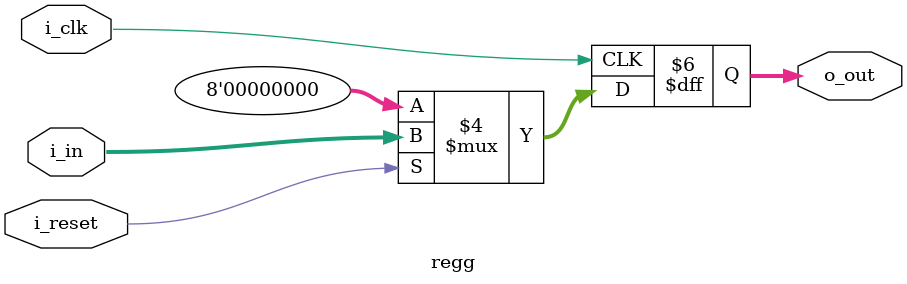
<source format=sv>
module regg #(parameter M=8)
(input logic i_clk,
 input logic i_reset,
 input logic [M-1:0] i_in,
 output logic [M-1:0] o_out);

always_ff @(posedge i_clk)
begin
    if(i_reset == 1'b1)
    o_out <= i_in;
    else 
    o_out <= '0;
    
end
endmodule
</source>
